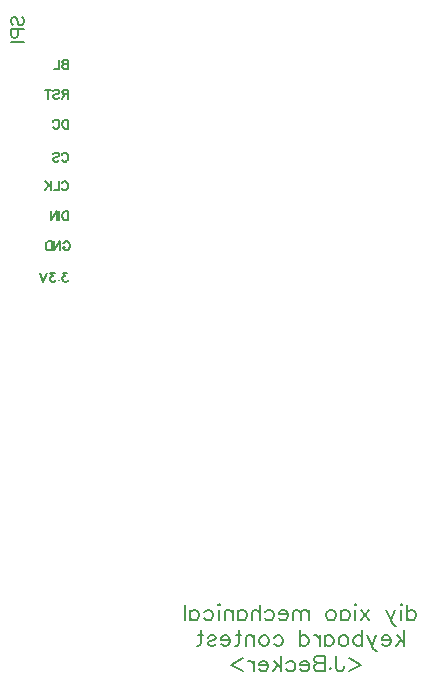
<source format=gbo>
G04 Layer: BottomSilkscreenLayer*
G04 EasyEDA v6.5.15, 2022-09-14 21:09:58*
G04 b6703ba792d845058589b0d9c50fe8b8,8325645c73b1497a9d20913bdd0b9c8b,10*
G04 Gerber Generator version 0.2*
G04 Scale: 100 percent, Rotated: No, Reflected: No *
G04 Dimensions in millimeters *
G04 leading zeros omitted , absolute positions ,4 integer and 5 decimal *
%FSLAX45Y45*%
%MOMM*%

%ADD10C,0.1524*%
%ADD11C,0.2032*%

%LPD*%
D10*
X660400Y944326D02*
G01*
X660400Y867963D01*
X660400Y944326D02*
G01*
X627672Y944326D01*
X616762Y940691D01*
X613128Y937054D01*
X609490Y929782D01*
X609490Y922510D01*
X613128Y915235D01*
X616762Y911600D01*
X627672Y907963D01*
X660400Y907963D02*
G01*
X627672Y907963D01*
X616762Y904326D01*
X613128Y900691D01*
X609490Y893417D01*
X609490Y882510D01*
X613128Y875235D01*
X616762Y871601D01*
X627672Y867963D01*
X660400Y867963D01*
X585490Y944326D02*
G01*
X585490Y867963D01*
X585490Y867963D02*
G01*
X541855Y867963D01*
X660400Y690326D02*
G01*
X660400Y613963D01*
X660400Y690326D02*
G01*
X627672Y690326D01*
X616762Y686691D01*
X613128Y683054D01*
X609490Y675782D01*
X609490Y668510D01*
X613128Y661235D01*
X616762Y657600D01*
X627672Y653963D01*
X660400Y653963D01*
X634946Y653963D02*
G01*
X609490Y613963D01*
X534581Y679416D02*
G01*
X541855Y686691D01*
X552764Y690326D01*
X567309Y690326D01*
X578218Y686691D01*
X585490Y679416D01*
X585490Y672144D01*
X581855Y664872D01*
X578218Y661235D01*
X570946Y657600D01*
X549127Y650326D01*
X541855Y646691D01*
X538218Y643054D01*
X534581Y635782D01*
X534581Y624873D01*
X541855Y617601D01*
X552764Y613963D01*
X567309Y613963D01*
X578218Y617601D01*
X585490Y624873D01*
X485127Y690326D02*
G01*
X485127Y613963D01*
X510583Y690326D02*
G01*
X459673Y690326D01*
X660400Y436326D02*
G01*
X660400Y359963D01*
X660400Y436326D02*
G01*
X634946Y436326D01*
X624037Y432691D01*
X616762Y425416D01*
X613128Y418144D01*
X609490Y407235D01*
X609490Y389054D01*
X613128Y378145D01*
X616762Y370873D01*
X624037Y363601D01*
X634946Y359963D01*
X660400Y359963D01*
X530946Y418144D02*
G01*
X534581Y425416D01*
X541855Y432691D01*
X549127Y436326D01*
X563671Y436326D01*
X570946Y432691D01*
X578218Y425416D01*
X581855Y418144D01*
X585490Y407235D01*
X585490Y389054D01*
X581855Y378145D01*
X578218Y370873D01*
X570946Y363601D01*
X563671Y359963D01*
X549127Y359963D01*
X541855Y363601D01*
X534581Y370873D01*
X530946Y378145D01*
X605853Y138744D02*
G01*
X609490Y146016D01*
X616762Y153291D01*
X624037Y156926D01*
X638581Y156926D01*
X645853Y153291D01*
X653127Y146016D01*
X656762Y138744D01*
X660400Y127835D01*
X660400Y109654D01*
X656762Y98745D01*
X653127Y91473D01*
X645853Y84201D01*
X638581Y80563D01*
X624037Y80563D01*
X616762Y84201D01*
X609490Y91473D01*
X605853Y98745D01*
X530946Y146016D02*
G01*
X538218Y153291D01*
X549127Y156926D01*
X563671Y156926D01*
X574581Y153291D01*
X581855Y146016D01*
X581855Y138744D01*
X578218Y131472D01*
X574581Y127835D01*
X567309Y124200D01*
X545490Y116926D01*
X538218Y113291D01*
X534581Y109654D01*
X530946Y102382D01*
X530946Y91473D01*
X538218Y84201D01*
X549127Y80563D01*
X563671Y80563D01*
X574581Y84201D01*
X581855Y91473D01*
X605853Y-102555D02*
G01*
X609490Y-95283D01*
X616762Y-88008D01*
X624037Y-84373D01*
X638581Y-84373D01*
X645853Y-88008D01*
X653127Y-95283D01*
X656762Y-102555D01*
X660400Y-113464D01*
X660400Y-131645D01*
X656762Y-142554D01*
X653127Y-149826D01*
X645853Y-157098D01*
X638581Y-160736D01*
X624037Y-160736D01*
X616762Y-157098D01*
X609490Y-149826D01*
X605853Y-142554D01*
X581855Y-84373D02*
G01*
X581855Y-160736D01*
X581855Y-160736D02*
G01*
X538218Y-160736D01*
X514217Y-84373D02*
G01*
X514217Y-160736D01*
X463308Y-84373D02*
G01*
X514217Y-135282D01*
X496036Y-117099D02*
G01*
X463308Y-160736D01*
X660400Y-338373D02*
G01*
X660400Y-414736D01*
X660400Y-338373D02*
G01*
X634946Y-338373D01*
X624037Y-342008D01*
X616762Y-349283D01*
X613128Y-356555D01*
X609490Y-367464D01*
X609490Y-385645D01*
X613128Y-396554D01*
X616762Y-403826D01*
X624037Y-411098D01*
X634946Y-414736D01*
X660400Y-414736D01*
X585490Y-338373D02*
G01*
X585490Y-414736D01*
X561489Y-338373D02*
G01*
X561489Y-414736D01*
X561489Y-338373D02*
G01*
X510583Y-414736D01*
X510583Y-338373D02*
G01*
X510583Y-414736D01*
X618553Y-610555D02*
G01*
X622190Y-603283D01*
X629462Y-596008D01*
X636737Y-592373D01*
X651281Y-592373D01*
X658553Y-596008D01*
X665827Y-603283D01*
X669462Y-610555D01*
X673100Y-621464D01*
X673100Y-639645D01*
X669462Y-650554D01*
X665827Y-657826D01*
X658553Y-665098D01*
X651281Y-668736D01*
X636737Y-668736D01*
X629462Y-665098D01*
X622190Y-657826D01*
X618553Y-650554D01*
X618553Y-639645D01*
X636737Y-639645D02*
G01*
X618553Y-639645D01*
X594555Y-592373D02*
G01*
X594555Y-668736D01*
X594555Y-592373D02*
G01*
X543646Y-668736D01*
X543646Y-592373D02*
G01*
X543646Y-668736D01*
X519645Y-592373D02*
G01*
X519645Y-668736D01*
X519645Y-592373D02*
G01*
X494190Y-592373D01*
X483283Y-596008D01*
X476008Y-603283D01*
X472373Y-610555D01*
X468736Y-621464D01*
X468736Y-639645D01*
X472373Y-650554D01*
X476008Y-657826D01*
X483283Y-665098D01*
X494190Y-668736D01*
X519645Y-668736D01*
X653127Y-859073D02*
G01*
X613128Y-859073D01*
X634946Y-888164D01*
X624037Y-888164D01*
X616762Y-891799D01*
X613128Y-895436D01*
X609490Y-906345D01*
X609490Y-913617D01*
X613128Y-924526D01*
X620400Y-931798D01*
X631309Y-935436D01*
X642218Y-935436D01*
X653127Y-931798D01*
X656762Y-928164D01*
X660400Y-920889D01*
X581855Y-917254D02*
G01*
X585490Y-920889D01*
X581855Y-924526D01*
X578218Y-920889D01*
X581855Y-917254D01*
X546945Y-859073D02*
G01*
X506945Y-859073D01*
X528764Y-888164D01*
X517855Y-888164D01*
X510583Y-891799D01*
X506945Y-895436D01*
X503308Y-906345D01*
X503308Y-913617D01*
X506945Y-924526D01*
X514217Y-931798D01*
X525127Y-935436D01*
X536036Y-935436D01*
X546945Y-931798D01*
X550583Y-928164D01*
X554217Y-920889D01*
X479310Y-859073D02*
G01*
X450217Y-935436D01*
X421126Y-859073D02*
G01*
X450217Y-935436D01*
D11*
X3530437Y-3668727D02*
G01*
X3530437Y-3802364D01*
X3530437Y-3732364D02*
G01*
X3543162Y-3719636D01*
X3555890Y-3713271D01*
X3574981Y-3713271D01*
X3587709Y-3719636D01*
X3600437Y-3732364D01*
X3606800Y-3751455D01*
X3606800Y-3764180D01*
X3600437Y-3783271D01*
X3587709Y-3795999D01*
X3574981Y-3802364D01*
X3555890Y-3802364D01*
X3543162Y-3795999D01*
X3530437Y-3783271D01*
X3488436Y-3668727D02*
G01*
X3482073Y-3675090D01*
X3475710Y-3668727D01*
X3482073Y-3662365D01*
X3488436Y-3668727D01*
X3482073Y-3713271D02*
G01*
X3482073Y-3802364D01*
X3427346Y-3713271D02*
G01*
X3389165Y-3802364D01*
X3350981Y-3713271D02*
G01*
X3389165Y-3802364D01*
X3401890Y-3827818D01*
X3414618Y-3840546D01*
X3427346Y-3846908D01*
X3433709Y-3846908D01*
X3210981Y-3713271D02*
G01*
X3140981Y-3802364D01*
X3140981Y-3713271D02*
G01*
X3210981Y-3802364D01*
X3098982Y-3668727D02*
G01*
X3092620Y-3675090D01*
X3086254Y-3668727D01*
X3092620Y-3662365D01*
X3098982Y-3668727D01*
X3092620Y-3713271D02*
G01*
X3092620Y-3802364D01*
X2967890Y-3713271D02*
G01*
X2967890Y-3802364D01*
X2967890Y-3732364D02*
G01*
X2980618Y-3719636D01*
X2993346Y-3713271D01*
X3012437Y-3713271D01*
X3025165Y-3719636D01*
X3037890Y-3732364D01*
X3044256Y-3751455D01*
X3044256Y-3764180D01*
X3037890Y-3783271D01*
X3025165Y-3795999D01*
X3012437Y-3802364D01*
X2993346Y-3802364D01*
X2980618Y-3795999D01*
X2967890Y-3783271D01*
X2894073Y-3713271D02*
G01*
X2906801Y-3719636D01*
X2919529Y-3732364D01*
X2925892Y-3751455D01*
X2925892Y-3764180D01*
X2919529Y-3783271D01*
X2906801Y-3795999D01*
X2894073Y-3802364D01*
X2874982Y-3802364D01*
X2862254Y-3795999D01*
X2849529Y-3783271D01*
X2843164Y-3764180D01*
X2843164Y-3751455D01*
X2849529Y-3732364D01*
X2862254Y-3719636D01*
X2874982Y-3713271D01*
X2894073Y-3713271D01*
X2703164Y-3713271D02*
G01*
X2703164Y-3802364D01*
X2703164Y-3738727D02*
G01*
X2684073Y-3719636D01*
X2671348Y-3713271D01*
X2652255Y-3713271D01*
X2639529Y-3719636D01*
X2633164Y-3738727D01*
X2633164Y-3802364D01*
X2633164Y-3738727D02*
G01*
X2614074Y-3719636D01*
X2601348Y-3713271D01*
X2582255Y-3713271D01*
X2569530Y-3719636D01*
X2563164Y-3738727D01*
X2563164Y-3802364D01*
X2521165Y-3751455D02*
G01*
X2444803Y-3751455D01*
X2444803Y-3738727D01*
X2451166Y-3725999D01*
X2457528Y-3719636D01*
X2470256Y-3713271D01*
X2489347Y-3713271D01*
X2502075Y-3719636D01*
X2514803Y-3732364D01*
X2521165Y-3751455D01*
X2521165Y-3764180D01*
X2514803Y-3783271D01*
X2502075Y-3795999D01*
X2489347Y-3802364D01*
X2470256Y-3802364D01*
X2457528Y-3795999D01*
X2444803Y-3783271D01*
X2326439Y-3732364D02*
G01*
X2339167Y-3719636D01*
X2351892Y-3713271D01*
X2370983Y-3713271D01*
X2383711Y-3719636D01*
X2396439Y-3732364D01*
X2402801Y-3751455D01*
X2402801Y-3764180D01*
X2396439Y-3783271D01*
X2383711Y-3795999D01*
X2370983Y-3802364D01*
X2351892Y-3802364D01*
X2339167Y-3795999D01*
X2326439Y-3783271D01*
X2284437Y-3668727D02*
G01*
X2284437Y-3802364D01*
X2284437Y-3738727D02*
G01*
X2265347Y-3719636D01*
X2252621Y-3713271D01*
X2233531Y-3713271D01*
X2220803Y-3719636D01*
X2214438Y-3738727D01*
X2214438Y-3802364D01*
X2096076Y-3713271D02*
G01*
X2096076Y-3802364D01*
X2096076Y-3732364D02*
G01*
X2108801Y-3719636D01*
X2121529Y-3713271D01*
X2140620Y-3713271D01*
X2153348Y-3719636D01*
X2166076Y-3732364D01*
X2172439Y-3751455D01*
X2172439Y-3764180D01*
X2166076Y-3783271D01*
X2153348Y-3795999D01*
X2140620Y-3802364D01*
X2121529Y-3802364D01*
X2108801Y-3795999D01*
X2096076Y-3783271D01*
X2054075Y-3713271D02*
G01*
X2054075Y-3802364D01*
X2054075Y-3738727D02*
G01*
X2034984Y-3719636D01*
X2022256Y-3713271D01*
X2003165Y-3713271D01*
X1990440Y-3719636D01*
X1984075Y-3738727D01*
X1984075Y-3802364D01*
X1942076Y-3668727D02*
G01*
X1935713Y-3675090D01*
X1929348Y-3668727D01*
X1935713Y-3662365D01*
X1942076Y-3668727D01*
X1935713Y-3713271D02*
G01*
X1935713Y-3802364D01*
X1810984Y-3732364D02*
G01*
X1823712Y-3719636D01*
X1836440Y-3713271D01*
X1855530Y-3713271D01*
X1868258Y-3719636D01*
X1880984Y-3732364D01*
X1887349Y-3751455D01*
X1887349Y-3764180D01*
X1880984Y-3783271D01*
X1868258Y-3795999D01*
X1855530Y-3802364D01*
X1836440Y-3802364D01*
X1823712Y-3795999D01*
X1810984Y-3783271D01*
X1692622Y-3713271D02*
G01*
X1692622Y-3802364D01*
X1692622Y-3732364D02*
G01*
X1705348Y-3719636D01*
X1718076Y-3713271D01*
X1737166Y-3713271D01*
X1749894Y-3719636D01*
X1762622Y-3732364D01*
X1768985Y-3751455D01*
X1768985Y-3764180D01*
X1762622Y-3783271D01*
X1749894Y-3795999D01*
X1737166Y-3802364D01*
X1718076Y-3802364D01*
X1705348Y-3795999D01*
X1692622Y-3783271D01*
X1650621Y-3668727D02*
G01*
X1650621Y-3802364D01*
X3505200Y-3884627D02*
G01*
X3505200Y-4018264D01*
X3441562Y-3929171D02*
G01*
X3505200Y-3992808D01*
X3479746Y-3967355D02*
G01*
X3435200Y-4018264D01*
X3393201Y-3967355D02*
G01*
X3316836Y-3967355D01*
X3316836Y-3954627D01*
X3323201Y-3941899D01*
X3329564Y-3935536D01*
X3342292Y-3929171D01*
X3361382Y-3929171D01*
X3374110Y-3935536D01*
X3386836Y-3948264D01*
X3393201Y-3967355D01*
X3393201Y-3980080D01*
X3386836Y-3999171D01*
X3374110Y-4011899D01*
X3361382Y-4018264D01*
X3342292Y-4018264D01*
X3329564Y-4011899D01*
X3316836Y-3999171D01*
X3268472Y-3929171D02*
G01*
X3230290Y-4018264D01*
X3192109Y-3929171D02*
G01*
X3230290Y-4018264D01*
X3243018Y-4043718D01*
X3255746Y-4056446D01*
X3268472Y-4062808D01*
X3274837Y-4062808D01*
X3150110Y-3884627D02*
G01*
X3150110Y-4018264D01*
X3150110Y-3948264D02*
G01*
X3137382Y-3935536D01*
X3124654Y-3929171D01*
X3105564Y-3929171D01*
X3092836Y-3935536D01*
X3080110Y-3948264D01*
X3073745Y-3967355D01*
X3073745Y-3980080D01*
X3080110Y-3999171D01*
X3092836Y-4011899D01*
X3105564Y-4018264D01*
X3124654Y-4018264D01*
X3137382Y-4011899D01*
X3150110Y-3999171D01*
X2999927Y-3929171D02*
G01*
X3012655Y-3935536D01*
X3025383Y-3948264D01*
X3031746Y-3967355D01*
X3031746Y-3980080D01*
X3025383Y-3999171D01*
X3012655Y-4011899D01*
X2999927Y-4018264D01*
X2980837Y-4018264D01*
X2968109Y-4011899D01*
X2955383Y-3999171D01*
X2949018Y-3980080D01*
X2949018Y-3967355D01*
X2955383Y-3948264D01*
X2968109Y-3935536D01*
X2980837Y-3929171D01*
X2999927Y-3929171D01*
X2830654Y-3929171D02*
G01*
X2830654Y-4018264D01*
X2830654Y-3948264D02*
G01*
X2843382Y-3935536D01*
X2856110Y-3929171D01*
X2875201Y-3929171D01*
X2887929Y-3935536D01*
X2900654Y-3948264D01*
X2907019Y-3967355D01*
X2907019Y-3980080D01*
X2900654Y-3999171D01*
X2887929Y-4011899D01*
X2875201Y-4018264D01*
X2856110Y-4018264D01*
X2843382Y-4011899D01*
X2830654Y-3999171D01*
X2788655Y-3929171D02*
G01*
X2788655Y-4018264D01*
X2788655Y-3967355D02*
G01*
X2782293Y-3948264D01*
X2769565Y-3935536D01*
X2756837Y-3929171D01*
X2737746Y-3929171D01*
X2619382Y-3884627D02*
G01*
X2619382Y-4018264D01*
X2619382Y-3948264D02*
G01*
X2632110Y-3935536D01*
X2644838Y-3929171D01*
X2663929Y-3929171D01*
X2676657Y-3935536D01*
X2689382Y-3948264D01*
X2695747Y-3967355D01*
X2695747Y-3980080D01*
X2689382Y-3999171D01*
X2676657Y-4011899D01*
X2663929Y-4018264D01*
X2644838Y-4018264D01*
X2632110Y-4011899D01*
X2619382Y-3999171D01*
X2403020Y-3948264D02*
G01*
X2415748Y-3935536D01*
X2428473Y-3929171D01*
X2447566Y-3929171D01*
X2460292Y-3935536D01*
X2473020Y-3948264D01*
X2479382Y-3967355D01*
X2479382Y-3980080D01*
X2473020Y-3999171D01*
X2460292Y-4011899D01*
X2447566Y-4018264D01*
X2428473Y-4018264D01*
X2415748Y-4011899D01*
X2403020Y-3999171D01*
X2329202Y-3929171D02*
G01*
X2341930Y-3935536D01*
X2354656Y-3948264D01*
X2361021Y-3967355D01*
X2361021Y-3980080D01*
X2354656Y-3999171D01*
X2341930Y-4011899D01*
X2329202Y-4018264D01*
X2310112Y-4018264D01*
X2297384Y-4011899D01*
X2284656Y-3999171D01*
X2278293Y-3980080D01*
X2278293Y-3967355D01*
X2284656Y-3948264D01*
X2297384Y-3935536D01*
X2310112Y-3929171D01*
X2329202Y-3929171D01*
X2236292Y-3929171D02*
G01*
X2236292Y-4018264D01*
X2236292Y-3954627D02*
G01*
X2217201Y-3935536D01*
X2204476Y-3929171D01*
X2185385Y-3929171D01*
X2172657Y-3935536D01*
X2166292Y-3954627D01*
X2166292Y-4018264D01*
X2105202Y-3884627D02*
G01*
X2105202Y-3992808D01*
X2098840Y-4011899D01*
X2086112Y-4018264D01*
X2073384Y-4018264D01*
X2124293Y-3929171D02*
G01*
X2079749Y-3929171D01*
X2031385Y-3967355D02*
G01*
X1955020Y-3967355D01*
X1955020Y-3954627D01*
X1961385Y-3941899D01*
X1967748Y-3935536D01*
X1980476Y-3929171D01*
X1999566Y-3929171D01*
X2012294Y-3935536D01*
X2025020Y-3948264D01*
X2031385Y-3967355D01*
X2031385Y-3980080D01*
X2025020Y-3999171D01*
X2012294Y-4011899D01*
X1999566Y-4018264D01*
X1980476Y-4018264D01*
X1967748Y-4011899D01*
X1955020Y-3999171D01*
X1843021Y-3948264D02*
G01*
X1849384Y-3935536D01*
X1868474Y-3929171D01*
X1887567Y-3929171D01*
X1906658Y-3935536D01*
X1913021Y-3948264D01*
X1906658Y-3960990D01*
X1893930Y-3967355D01*
X1862112Y-3973718D01*
X1849384Y-3980080D01*
X1843021Y-3992808D01*
X1843021Y-3999171D01*
X1849384Y-4011899D01*
X1868474Y-4018264D01*
X1887567Y-4018264D01*
X1906658Y-4011899D01*
X1913021Y-3999171D01*
X1781931Y-3884627D02*
G01*
X1781931Y-3992808D01*
X1775566Y-4011899D01*
X1762838Y-4018264D01*
X1750113Y-4018264D01*
X1801022Y-3929171D02*
G01*
X1756476Y-3929171D01*
X3035081Y-4119618D02*
G01*
X3136900Y-4176890D01*
X3035081Y-4234164D01*
X2929445Y-4100527D02*
G01*
X2929445Y-4202346D01*
X2935810Y-4221436D01*
X2942173Y-4227799D01*
X2954901Y-4234164D01*
X2967626Y-4234164D01*
X2980354Y-4227799D01*
X2986717Y-4221436D01*
X2993082Y-4202346D01*
X2993082Y-4189618D01*
X2881081Y-4202346D02*
G01*
X2887446Y-4208708D01*
X2881081Y-4215071D01*
X2874718Y-4208708D01*
X2881081Y-4202346D01*
X2832719Y-4100527D02*
G01*
X2832719Y-4234164D01*
X2832719Y-4100527D02*
G01*
X2775445Y-4100527D01*
X2756354Y-4106890D01*
X2749991Y-4113255D01*
X2743629Y-4125981D01*
X2743629Y-4138709D01*
X2749991Y-4151436D01*
X2756354Y-4157799D01*
X2775445Y-4164164D01*
X2832719Y-4164164D02*
G01*
X2775445Y-4164164D01*
X2756354Y-4170527D01*
X2749991Y-4176890D01*
X2743629Y-4189618D01*
X2743629Y-4208708D01*
X2749991Y-4221436D01*
X2756354Y-4227799D01*
X2775445Y-4234164D01*
X2832719Y-4234164D01*
X2701627Y-4183255D02*
G01*
X2625265Y-4183255D01*
X2625265Y-4170527D01*
X2631627Y-4157799D01*
X2637990Y-4151436D01*
X2650718Y-4145071D01*
X2669809Y-4145071D01*
X2682537Y-4151436D01*
X2695265Y-4164164D01*
X2701627Y-4183255D01*
X2701627Y-4195980D01*
X2695265Y-4215071D01*
X2682537Y-4227799D01*
X2669809Y-4234164D01*
X2650718Y-4234164D01*
X2637990Y-4227799D01*
X2625265Y-4215071D01*
X2506901Y-4164164D02*
G01*
X2519629Y-4151436D01*
X2532354Y-4145071D01*
X2551447Y-4145071D01*
X2564173Y-4151436D01*
X2576901Y-4164164D01*
X2583263Y-4183255D01*
X2583263Y-4195980D01*
X2576901Y-4215071D01*
X2564173Y-4227799D01*
X2551447Y-4234164D01*
X2532354Y-4234164D01*
X2519629Y-4227799D01*
X2506901Y-4215071D01*
X2464902Y-4100527D02*
G01*
X2464902Y-4234164D01*
X2401265Y-4145071D02*
G01*
X2464902Y-4208708D01*
X2439446Y-4183255D02*
G01*
X2394902Y-4234164D01*
X2352901Y-4183255D02*
G01*
X2276538Y-4183255D01*
X2276538Y-4170527D01*
X2282901Y-4157799D01*
X2289266Y-4151436D01*
X2301991Y-4145071D01*
X2321082Y-4145071D01*
X2333810Y-4151436D01*
X2346538Y-4164164D01*
X2352901Y-4183255D01*
X2352901Y-4195980D01*
X2346538Y-4215071D01*
X2333810Y-4227799D01*
X2321082Y-4234164D01*
X2301991Y-4234164D01*
X2289266Y-4227799D01*
X2276538Y-4215071D01*
X2234537Y-4145071D02*
G01*
X2234537Y-4234164D01*
X2234537Y-4183255D02*
G01*
X2228174Y-4164164D01*
X2215446Y-4151436D01*
X2202721Y-4145071D01*
X2183630Y-4145071D01*
X2141628Y-4119618D02*
G01*
X2039810Y-4176890D01*
X2141628Y-4234164D01*
D10*
X192278Y1235455D02*
G01*
X181863Y1245870D01*
X176784Y1261363D01*
X176784Y1282192D01*
X181863Y1297686D01*
X192278Y1308100D01*
X202692Y1308100D01*
X213105Y1303020D01*
X218439Y1297686D01*
X223520Y1287271D01*
X233934Y1256029D01*
X239013Y1245870D01*
X244347Y1240536D01*
X254762Y1235455D01*
X270255Y1235455D01*
X280670Y1245870D01*
X285750Y1261363D01*
X285750Y1282192D01*
X280670Y1297686D01*
X270255Y1308100D01*
X176784Y1201165D02*
G01*
X285750Y1201165D01*
X176784Y1201165D02*
G01*
X176784Y1154429D01*
X181863Y1138681D01*
X187197Y1133602D01*
X197612Y1128268D01*
X213105Y1128268D01*
X223520Y1133602D01*
X228600Y1138681D01*
X233934Y1154429D01*
X233934Y1201165D01*
X176784Y1093978D02*
G01*
X285750Y1093978D01*
M02*

</source>
